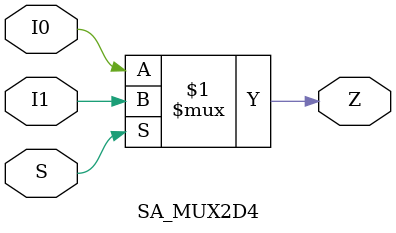
<source format=v>
module SA_MUX2D4 (
  I0
 ,I1
 ,S
 ,Z
 );
input I0 ;
input I1 ;
input S ;
output Z ;
assign Z = S ? I1 : I0;
endmodule

</source>
